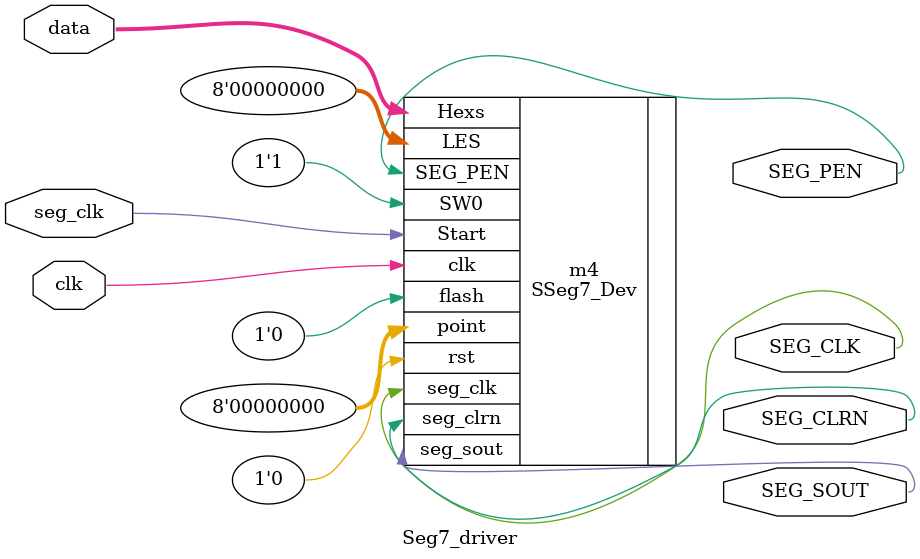
<source format=v>
`timescale 1ns / 1ps

module Seg7_driver(
    input wire clk,
    input wire seg_clk,
    input wire [31:0] data,
    output wire SEG_CLK,
    output wire SEG_SOUT,
    output wire SEG_PEN,
    output wire SEG_CLRN
    );
    
    SSeg7_Dev m4(.clk(clk), .rst(1'b0), .Start(seg_clk),
                 .SW0(1'b1), .flash(1'b0), .Hexs(data), .point(8'h00), .LES(8'h00), 
                 .seg_clk(SEG_CLK), .seg_sout(SEG_SOUT), .SEG_PEN(SEG_PEN), .seg_clrn(SEG_CLRN));

endmodule

</source>
